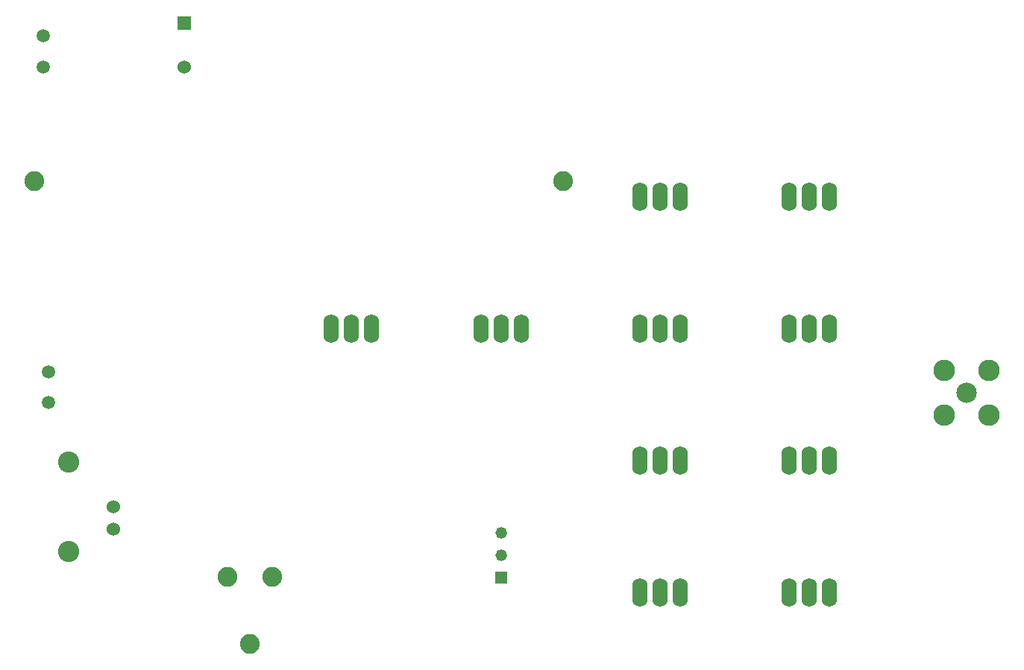
<source format=gbs>
G04 #@! TF.GenerationSoftware,KiCad,Pcbnew,7.0.7*
G04 #@! TF.CreationDate,2024-05-31T20:17:08-04:00*
G04 #@! TF.ProjectId,HVHF_IIB,48564846-5f49-4494-922e-6b696361645f,rev?*
G04 #@! TF.SameCoordinates,Original*
G04 #@! TF.FileFunction,Soldermask,Bot*
G04 #@! TF.FilePolarity,Negative*
%FSLAX46Y46*%
G04 Gerber Fmt 4.6, Leading zero omitted, Abs format (unit mm)*
G04 Created by KiCad (PCBNEW 7.0.7) date 2024-05-31 20:17:08*
%MOMM*%
%LPD*%
G01*
G04 APERTURE LIST*
%ADD10O,1.728000X3.252000*%
%ADD11C,1.498600*%
%ADD12C,2.304000*%
%ADD13C,2.454000*%
%ADD14C,2.250000*%
%ADD15R,1.524000X1.524000*%
%ADD16C,1.524000*%
%ADD17C,1.320800*%
%ADD18R,1.320800X1.320800*%
%ADD19C,2.413000*%
G04 APERTURE END LIST*
D10*
X186286000Y-88730000D03*
X184000000Y-88730000D03*
X181714000Y-88730000D03*
D11*
X114620600Y-108608400D03*
X114620600Y-112108401D03*
D12*
X218840000Y-111000000D03*
D13*
X216290000Y-113550000D03*
X221390000Y-113550000D03*
X216290000Y-108450000D03*
X221390000Y-108450000D03*
D10*
X168286000Y-103730000D03*
X166000000Y-103730000D03*
X163714000Y-103730000D03*
X186286000Y-103730000D03*
X184000000Y-103730000D03*
X181714000Y-103730000D03*
X186286000Y-118730000D03*
X184000000Y-118730000D03*
X181714000Y-118730000D03*
X203286000Y-88730000D03*
X201000000Y-88730000D03*
X198714000Y-88730000D03*
X186286000Y-133730000D03*
X184000000Y-133730000D03*
X181714000Y-133730000D03*
X203286000Y-133730000D03*
X201000000Y-133730000D03*
X198714000Y-133730000D03*
D14*
X140040000Y-131960000D03*
X134960000Y-131960000D03*
X137500000Y-139580000D03*
D10*
X203286000Y-118730000D03*
X201000000Y-118730000D03*
X198714000Y-118730000D03*
D14*
X113000000Y-87000000D03*
X173000000Y-87000000D03*
D15*
X130000000Y-69000000D03*
D16*
X130000000Y-74003800D03*
D17*
X166000000Y-126920000D03*
X166000000Y-129460000D03*
D18*
X166000000Y-132000000D03*
D10*
X203286000Y-103730000D03*
X201000000Y-103730000D03*
X198714000Y-103730000D03*
D11*
X114000000Y-70499999D03*
X114000000Y-74000000D03*
D16*
X122000000Y-124000000D03*
X122000000Y-126540000D03*
D19*
X116919891Y-129080000D03*
X116919891Y-118920000D03*
D10*
X151286000Y-103730000D03*
X149000000Y-103730000D03*
X146714000Y-103730000D03*
M02*

</source>
